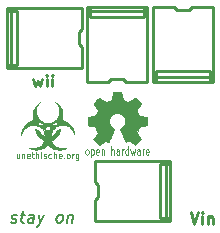
<source format=gto>
G04 #@! TF.FileFunction,Legend,Top*
%FSLAX46Y46*%
G04 Gerber Fmt 4.6, Leading zero omitted, Abs format (unit mm)*
G04 Created by KiCad (PCBNEW 0.201510241816+6277~30~ubuntu14.04.1-product) date 2015-10-26T15:41:35 CET*
%MOMM*%
G01*
G04 APERTURE LIST*
%ADD10C,0.100000*%
%ADD11C,0.254000*%
%ADD12C,0.075000*%
%ADD13C,0.002540*%
%ADD14C,0.010000*%
%ADD15C,0.250000*%
%ADD16C,0.150000*%
%ADD17C,0.120000*%
G04 APERTURE END LIST*
D10*
D11*
X104203500Y-71691500D02*
X104203500Y-76263500D01*
X104711500Y-76263500D02*
X104711500Y-71691500D01*
X104203500Y-76263500D02*
X105092500Y-76263500D01*
X104203500Y-71691500D02*
X105092500Y-71691500D01*
X98742500Y-73215500D02*
X98742500Y-71437500D01*
X98742500Y-74739500D02*
X98742500Y-76517500D01*
X98996500Y-74485500D02*
X98742500Y-74739500D01*
X98996500Y-73469500D02*
X98742500Y-73215500D01*
X98996500Y-73469500D02*
X98996500Y-74485500D01*
X105092500Y-76517500D02*
X98742500Y-76517500D01*
X98742500Y-71437500D02*
X105092500Y-71437500D01*
X105092500Y-71437500D02*
X105092500Y-76517500D01*
X92125800Y-63296800D02*
X92125800Y-58724800D01*
X91617800Y-58724800D02*
X91617800Y-63296800D01*
X92125800Y-58724800D02*
X91236800Y-58724800D01*
X92125800Y-63296800D02*
X91236800Y-63296800D01*
X97586800Y-61772800D02*
X97586800Y-63550800D01*
X97586800Y-60248800D02*
X97586800Y-58470800D01*
X97332800Y-60502800D02*
X97586800Y-60248800D01*
X97332800Y-61518800D02*
X97586800Y-61772800D01*
X97332800Y-61518800D02*
X97332800Y-60502800D01*
X91236800Y-58470800D02*
X97586800Y-58470800D01*
X97586800Y-63550800D02*
X91236800Y-63550800D01*
X91236800Y-63550800D02*
X91236800Y-58470800D01*
X98298000Y-59283600D02*
X102870000Y-59283600D01*
X102870000Y-58775600D02*
X98298000Y-58775600D01*
X102870000Y-59283600D02*
X102870000Y-58394600D01*
X98298000Y-59283600D02*
X98298000Y-58394600D01*
X99822000Y-64744600D02*
X98044000Y-64744600D01*
X101346000Y-64744600D02*
X103124000Y-64744600D01*
X101092000Y-64490600D02*
X101346000Y-64744600D01*
X100076000Y-64490600D02*
X99822000Y-64744600D01*
X100076000Y-64490600D02*
X101092000Y-64490600D01*
X103124000Y-58394600D02*
X103124000Y-64744600D01*
X98044000Y-64744600D02*
X98044000Y-58394600D01*
X98044000Y-58394600D02*
X103124000Y-58394600D01*
X108407200Y-63855600D02*
X103835200Y-63855600D01*
X103835200Y-64363600D02*
X108407200Y-64363600D01*
X103835200Y-63855600D02*
X103835200Y-64744600D01*
X108407200Y-63855600D02*
X108407200Y-64744600D01*
X106883200Y-58394600D02*
X108661200Y-58394600D01*
X105359200Y-58394600D02*
X103581200Y-58394600D01*
X105613200Y-58648600D02*
X105359200Y-58394600D01*
X106629200Y-58648600D02*
X106883200Y-58394600D01*
X106629200Y-58648600D02*
X105613200Y-58648600D01*
X103581200Y-64744600D02*
X103581200Y-58394600D01*
X108661200Y-58394600D02*
X108661200Y-64744600D01*
X108661200Y-64744600D02*
X103581200Y-64744600D01*
D12*
X102744000Y-70438000D02*
X102744000Y-70898000D01*
X102834000Y-70438000D02*
X102884000Y-70438000D01*
X102784000Y-70468000D02*
X102834000Y-70438000D01*
X102764000Y-70488000D02*
X102784000Y-70468000D01*
X102744000Y-70558000D02*
X102764000Y-70488000D01*
X103184000Y-70898000D02*
X103234000Y-70868000D01*
X103084000Y-70898000D02*
X103184000Y-70898000D01*
X103044000Y-70868000D02*
X103084000Y-70898000D01*
X103024000Y-70798000D02*
X103044000Y-70868000D01*
X103024000Y-70528000D02*
X103024000Y-70798000D01*
X103054000Y-70468000D02*
X103024000Y-70528000D01*
X103094000Y-70438000D02*
X103054000Y-70468000D01*
X103194000Y-70438000D02*
X103094000Y-70438000D01*
X103234000Y-70478000D02*
X103194000Y-70438000D01*
X103254000Y-70548000D02*
X103234000Y-70478000D01*
X103254000Y-70668000D02*
X103254000Y-70548000D01*
X103254000Y-70668000D02*
X103024000Y-70668000D01*
X102504000Y-70528000D02*
X102504000Y-70898000D01*
X102474000Y-70468000D02*
X102504000Y-70528000D01*
X102434000Y-70438000D02*
X102474000Y-70468000D01*
X102334000Y-70438000D02*
X102434000Y-70438000D01*
X102284000Y-70468000D02*
X102334000Y-70438000D01*
X102344000Y-70628000D02*
X102294000Y-70658000D01*
X102464000Y-70628000D02*
X102344000Y-70628000D01*
X102504000Y-70598000D02*
X102464000Y-70628000D01*
X102454000Y-70898000D02*
X102504000Y-70858000D01*
X102334000Y-70898000D02*
X102454000Y-70898000D01*
X102284000Y-70858000D02*
X102334000Y-70898000D01*
X102264000Y-70798000D02*
X102284000Y-70858000D01*
X102264000Y-70728000D02*
X102264000Y-70798000D01*
X102294000Y-70658000D02*
X102264000Y-70728000D01*
X101714000Y-70438000D02*
X101814000Y-70898000D01*
X101814000Y-70898000D02*
X101904000Y-70558000D01*
X101904000Y-70558000D02*
X102004000Y-70898000D01*
X102004000Y-70898000D02*
X102104000Y-70438000D01*
X101524000Y-70868000D02*
X101484000Y-70898000D01*
X101484000Y-70898000D02*
X101374000Y-70898000D01*
X101374000Y-70898000D02*
X101334000Y-70868000D01*
X101334000Y-70868000D02*
X101314000Y-70838000D01*
X101314000Y-70838000D02*
X101284000Y-70768000D01*
X101284000Y-70768000D02*
X101284000Y-70568000D01*
X101284000Y-70568000D02*
X101314000Y-70498000D01*
X101314000Y-70498000D02*
X101334000Y-70468000D01*
X101334000Y-70468000D02*
X101394000Y-70428000D01*
X101394000Y-70428000D02*
X101464000Y-70428000D01*
X101464000Y-70428000D02*
X101524000Y-70468000D01*
X101524000Y-70198000D02*
X101524000Y-70898000D01*
X101004000Y-70558000D02*
X101024000Y-70488000D01*
X101024000Y-70488000D02*
X101044000Y-70468000D01*
X101044000Y-70468000D02*
X101094000Y-70438000D01*
X101094000Y-70438000D02*
X101144000Y-70438000D01*
X101004000Y-70438000D02*
X101004000Y-70898000D01*
X100554000Y-70658000D02*
X100524000Y-70728000D01*
X100524000Y-70728000D02*
X100524000Y-70798000D01*
X100524000Y-70798000D02*
X100544000Y-70858000D01*
X100544000Y-70858000D02*
X100594000Y-70898000D01*
X100594000Y-70898000D02*
X100714000Y-70898000D01*
X100714000Y-70898000D02*
X100764000Y-70858000D01*
X100764000Y-70598000D02*
X100724000Y-70628000D01*
X100724000Y-70628000D02*
X100604000Y-70628000D01*
X100604000Y-70628000D02*
X100554000Y-70658000D01*
X100544000Y-70468000D02*
X100594000Y-70438000D01*
X100594000Y-70438000D02*
X100694000Y-70438000D01*
X100694000Y-70438000D02*
X100734000Y-70468000D01*
X100734000Y-70468000D02*
X100764000Y-70528000D01*
X100764000Y-70528000D02*
X100764000Y-70898000D01*
X100094000Y-70508000D02*
X100114000Y-70468000D01*
X100114000Y-70468000D02*
X100164000Y-70438000D01*
X100164000Y-70438000D02*
X100244000Y-70438000D01*
X100244000Y-70438000D02*
X100284000Y-70468000D01*
X100284000Y-70468000D02*
X100304000Y-70528000D01*
X100304000Y-70528000D02*
X100304000Y-70898000D01*
X100094000Y-70198000D02*
X100094000Y-70898000D01*
X99044000Y-70668000D02*
X98814000Y-70668000D01*
X99264000Y-70498000D02*
X99284000Y-70468000D01*
X99284000Y-70468000D02*
X99324000Y-70438000D01*
X99324000Y-70438000D02*
X99414000Y-70438000D01*
X99414000Y-70438000D02*
X99454000Y-70468000D01*
X99454000Y-70468000D02*
X99474000Y-70528000D01*
X99474000Y-70528000D02*
X99474000Y-70898000D01*
X99264000Y-70438000D02*
X99264000Y-70898000D01*
X99044000Y-70668000D02*
X99044000Y-70548000D01*
X99044000Y-70548000D02*
X99024000Y-70478000D01*
X99024000Y-70478000D02*
X98984000Y-70438000D01*
X98984000Y-70438000D02*
X98884000Y-70438000D01*
X98884000Y-70438000D02*
X98844000Y-70468000D01*
X98844000Y-70468000D02*
X98814000Y-70528000D01*
X98814000Y-70528000D02*
X98814000Y-70798000D01*
X98814000Y-70798000D02*
X98834000Y-70868000D01*
X98834000Y-70868000D02*
X98874000Y-70898000D01*
X98874000Y-70898000D02*
X98974000Y-70898000D01*
X98974000Y-70898000D02*
X99024000Y-70868000D01*
X98384000Y-70468000D02*
X98424000Y-70438000D01*
X98424000Y-70438000D02*
X98524000Y-70438000D01*
X98524000Y-70438000D02*
X98564000Y-70468000D01*
X98564000Y-70468000D02*
X98594000Y-70498000D01*
X98594000Y-70498000D02*
X98614000Y-70558000D01*
X98614000Y-70558000D02*
X98614000Y-70778000D01*
X98614000Y-70778000D02*
X98594000Y-70838000D01*
X98594000Y-70838000D02*
X98574000Y-70868000D01*
X98574000Y-70868000D02*
X98534000Y-70898000D01*
X98534000Y-70898000D02*
X98434000Y-70898000D01*
X98434000Y-70898000D02*
X98384000Y-70868000D01*
X98384000Y-71138000D02*
X98384000Y-70438000D01*
X98074000Y-70438000D02*
X97994000Y-70438000D01*
X97994000Y-70438000D02*
X97954000Y-70468000D01*
X97954000Y-70468000D02*
X97934000Y-70498000D01*
X97934000Y-70498000D02*
X97904000Y-70568000D01*
X97994000Y-70898000D02*
X98074000Y-70898000D01*
X98074000Y-70898000D02*
X98124000Y-70868000D01*
X98124000Y-70868000D02*
X98144000Y-70838000D01*
X98144000Y-70838000D02*
X98164000Y-70768000D01*
X98164000Y-70768000D02*
X98164000Y-70568000D01*
X98164000Y-70568000D02*
X98144000Y-70508000D01*
X98144000Y-70508000D02*
X98124000Y-70478000D01*
X98124000Y-70478000D02*
X98074000Y-70438000D01*
X97904000Y-70568000D02*
X97904000Y-70768000D01*
X97904000Y-70768000D02*
X97924000Y-70828000D01*
X97924000Y-70828000D02*
X97944000Y-70858000D01*
X97944000Y-70858000D02*
X97994000Y-70898000D01*
D13*
G36*
X99070160Y-70063360D02*
X99095560Y-70048120D01*
X99153980Y-70012560D01*
X99237800Y-69956680D01*
X99336860Y-69890640D01*
X99435920Y-69824600D01*
X99517200Y-69771260D01*
X99573080Y-69733160D01*
X99598480Y-69720460D01*
X99611180Y-69725540D01*
X99656900Y-69748400D01*
X99725480Y-69783960D01*
X99766120Y-69804280D01*
X99827080Y-69829680D01*
X99860100Y-69837300D01*
X99865180Y-69827140D01*
X99888040Y-69778880D01*
X99923600Y-69697600D01*
X99969320Y-69588380D01*
X100025200Y-69461380D01*
X100081080Y-69326760D01*
X100139500Y-69187060D01*
X100195380Y-69052440D01*
X100243640Y-68933060D01*
X100284280Y-68836540D01*
X100309680Y-68767960D01*
X100319840Y-68740020D01*
X100317300Y-68732400D01*
X100284280Y-68701920D01*
X100230940Y-68661280D01*
X100111560Y-68564760D01*
X99994720Y-68419980D01*
X99923600Y-68254880D01*
X99900740Y-68069460D01*
X99921060Y-67899280D01*
X99987100Y-67736720D01*
X100101400Y-67589400D01*
X100241100Y-67480180D01*
X100403660Y-67411600D01*
X100584000Y-67388740D01*
X100756720Y-67409060D01*
X100924360Y-67475100D01*
X101071680Y-67586860D01*
X101135180Y-67657980D01*
X101221540Y-67807840D01*
X101269800Y-67965320D01*
X101274880Y-68005960D01*
X101267260Y-68181220D01*
X101216460Y-68351400D01*
X101122480Y-68501260D01*
X100992940Y-68625720D01*
X100977700Y-68635880D01*
X100919280Y-68681600D01*
X100878640Y-68712080D01*
X100848160Y-68737480D01*
X101071680Y-69275960D01*
X101107240Y-69359780D01*
X101168200Y-69507100D01*
X101221540Y-69634100D01*
X101264720Y-69735700D01*
X101295200Y-69801740D01*
X101307900Y-69829680D01*
X101307900Y-69832220D01*
X101328220Y-69834760D01*
X101368860Y-69819520D01*
X101445060Y-69783960D01*
X101493320Y-69758560D01*
X101551740Y-69730620D01*
X101577140Y-69720460D01*
X101600000Y-69733160D01*
X101653340Y-69768720D01*
X101734620Y-69822060D01*
X101831140Y-69885560D01*
X101922580Y-69949060D01*
X102006400Y-70004940D01*
X102067360Y-70043040D01*
X102097840Y-70060820D01*
X102102920Y-70060820D01*
X102128320Y-70045580D01*
X102176580Y-70004940D01*
X102250240Y-69936360D01*
X102354380Y-69832220D01*
X102369620Y-69816980D01*
X102455980Y-69730620D01*
X102524560Y-69656960D01*
X102570280Y-69606160D01*
X102588060Y-69583300D01*
X102588060Y-69583300D01*
X102572820Y-69552820D01*
X102534720Y-69491860D01*
X102478840Y-69405500D01*
X102410260Y-69306440D01*
X102232460Y-69047360D01*
X102328980Y-68803520D01*
X102359460Y-68727320D01*
X102397560Y-68638420D01*
X102425500Y-68572380D01*
X102440740Y-68544440D01*
X102466140Y-68534280D01*
X102534720Y-68519040D01*
X102631240Y-68498720D01*
X102745540Y-68478400D01*
X102857300Y-68458080D01*
X102956360Y-68437760D01*
X103027480Y-68425060D01*
X103060500Y-68417440D01*
X103068120Y-68412360D01*
X103075740Y-68397120D01*
X103078280Y-68364100D01*
X103080820Y-68303140D01*
X103083360Y-68209160D01*
X103083360Y-68069460D01*
X103083360Y-68054220D01*
X103080820Y-67924680D01*
X103078280Y-67818000D01*
X103075740Y-67751960D01*
X103070660Y-67724020D01*
X103070660Y-67724020D01*
X103040180Y-67716400D01*
X102969060Y-67701160D01*
X102870000Y-67683380D01*
X102750620Y-67660520D01*
X102743000Y-67657980D01*
X102626160Y-67635120D01*
X102527100Y-67614800D01*
X102455980Y-67599560D01*
X102428040Y-67589400D01*
X102420420Y-67581780D01*
X102397560Y-67536060D01*
X102364540Y-67462400D01*
X102323900Y-67373500D01*
X102285800Y-67279520D01*
X102252780Y-67195700D01*
X102229920Y-67134740D01*
X102222300Y-67106800D01*
X102224840Y-67104260D01*
X102242620Y-67076320D01*
X102283260Y-67015360D01*
X102339140Y-66931540D01*
X102407720Y-66829940D01*
X102412800Y-66822320D01*
X102481380Y-66723260D01*
X102537260Y-66636900D01*
X102572820Y-66578480D01*
X102588060Y-66550540D01*
X102588060Y-66548000D01*
X102565200Y-66517520D01*
X102514400Y-66461640D01*
X102440740Y-66385440D01*
X102354380Y-66296540D01*
X102326440Y-66271140D01*
X102227380Y-66174620D01*
X102161340Y-66113660D01*
X102118160Y-66080640D01*
X102097840Y-66073020D01*
X102097840Y-66073020D01*
X102067360Y-66090800D01*
X102003860Y-66131440D01*
X101920040Y-66189860D01*
X101818440Y-66258440D01*
X101810820Y-66263520D01*
X101711760Y-66332100D01*
X101627940Y-66387980D01*
X101569520Y-66428620D01*
X101541580Y-66443860D01*
X101539040Y-66443860D01*
X101498400Y-66431160D01*
X101427280Y-66405760D01*
X101338380Y-66372740D01*
X101246940Y-66334640D01*
X101163120Y-66299080D01*
X101099620Y-66271140D01*
X101069140Y-66253360D01*
X101069140Y-66253360D01*
X101058980Y-66217800D01*
X101041200Y-66141600D01*
X101020880Y-66040000D01*
X100995480Y-65918080D01*
X100992940Y-65897760D01*
X100970080Y-65778380D01*
X100952300Y-65679320D01*
X100937060Y-65610740D01*
X100929440Y-65582800D01*
X100914200Y-65580260D01*
X100855780Y-65575180D01*
X100766880Y-65572640D01*
X100657660Y-65572640D01*
X100545900Y-65572640D01*
X100436680Y-65575180D01*
X100342700Y-65577720D01*
X100274120Y-65582800D01*
X100246180Y-65587880D01*
X100246180Y-65590420D01*
X100236020Y-65628520D01*
X100218240Y-65702180D01*
X100197920Y-65806320D01*
X100175060Y-65928240D01*
X100169980Y-65951100D01*
X100147120Y-66067940D01*
X100126800Y-66167000D01*
X100114100Y-66233040D01*
X100106480Y-66260980D01*
X100093780Y-66266060D01*
X100045520Y-66286380D01*
X99966780Y-66319400D01*
X99867720Y-66360040D01*
X99639120Y-66451480D01*
X99357180Y-66260980D01*
X99331780Y-66243200D01*
X99230180Y-66174620D01*
X99148900Y-66118740D01*
X99090480Y-66080640D01*
X99067620Y-66067940D01*
X99065080Y-66067940D01*
X99037140Y-66093340D01*
X98981260Y-66146680D01*
X98905060Y-66220340D01*
X98816160Y-66306700D01*
X98752660Y-66372740D01*
X98673920Y-66451480D01*
X98625660Y-66504820D01*
X98597720Y-66537840D01*
X98590100Y-66558160D01*
X98592640Y-66573400D01*
X98610420Y-66601340D01*
X98651060Y-66662300D01*
X98709480Y-66748660D01*
X98778060Y-66847720D01*
X98833940Y-66931540D01*
X98894900Y-67025520D01*
X98933000Y-67091560D01*
X98948240Y-67124580D01*
X98943160Y-67137280D01*
X98925380Y-67193160D01*
X98889820Y-67276980D01*
X98849180Y-67376040D01*
X98750120Y-67597020D01*
X98605340Y-67624960D01*
X98516440Y-67642740D01*
X98394520Y-67665600D01*
X98275140Y-67688460D01*
X98092260Y-67724020D01*
X98084640Y-68399660D01*
X98112580Y-68412360D01*
X98140520Y-68419980D01*
X98209100Y-68435220D01*
X98305620Y-68455540D01*
X98422460Y-68475860D01*
X98518980Y-68493640D01*
X98618040Y-68513960D01*
X98689160Y-68526660D01*
X98719640Y-68534280D01*
X98729800Y-68544440D01*
X98752660Y-68592700D01*
X98788220Y-68668900D01*
X98828860Y-68760340D01*
X98866960Y-68854320D01*
X98902520Y-68943220D01*
X98925380Y-69009260D01*
X98935540Y-69042280D01*
X98922840Y-69070220D01*
X98884740Y-69128640D01*
X98831400Y-69209920D01*
X98762820Y-69308980D01*
X98696780Y-69405500D01*
X98638360Y-69489320D01*
X98600260Y-69550280D01*
X98582480Y-69578220D01*
X98592640Y-69596000D01*
X98630740Y-69644260D01*
X98704400Y-69720460D01*
X98816160Y-69829680D01*
X98833940Y-69847460D01*
X98920300Y-69931280D01*
X98993960Y-69999860D01*
X99047300Y-70045580D01*
X99070160Y-70063360D01*
X99070160Y-70063360D01*
G37*
X99070160Y-70063360D02*
X99095560Y-70048120D01*
X99153980Y-70012560D01*
X99237800Y-69956680D01*
X99336860Y-69890640D01*
X99435920Y-69824600D01*
X99517200Y-69771260D01*
X99573080Y-69733160D01*
X99598480Y-69720460D01*
X99611180Y-69725540D01*
X99656900Y-69748400D01*
X99725480Y-69783960D01*
X99766120Y-69804280D01*
X99827080Y-69829680D01*
X99860100Y-69837300D01*
X99865180Y-69827140D01*
X99888040Y-69778880D01*
X99923600Y-69697600D01*
X99969320Y-69588380D01*
X100025200Y-69461380D01*
X100081080Y-69326760D01*
X100139500Y-69187060D01*
X100195380Y-69052440D01*
X100243640Y-68933060D01*
X100284280Y-68836540D01*
X100309680Y-68767960D01*
X100319840Y-68740020D01*
X100317300Y-68732400D01*
X100284280Y-68701920D01*
X100230940Y-68661280D01*
X100111560Y-68564760D01*
X99994720Y-68419980D01*
X99923600Y-68254880D01*
X99900740Y-68069460D01*
X99921060Y-67899280D01*
X99987100Y-67736720D01*
X100101400Y-67589400D01*
X100241100Y-67480180D01*
X100403660Y-67411600D01*
X100584000Y-67388740D01*
X100756720Y-67409060D01*
X100924360Y-67475100D01*
X101071680Y-67586860D01*
X101135180Y-67657980D01*
X101221540Y-67807840D01*
X101269800Y-67965320D01*
X101274880Y-68005960D01*
X101267260Y-68181220D01*
X101216460Y-68351400D01*
X101122480Y-68501260D01*
X100992940Y-68625720D01*
X100977700Y-68635880D01*
X100919280Y-68681600D01*
X100878640Y-68712080D01*
X100848160Y-68737480D01*
X101071680Y-69275960D01*
X101107240Y-69359780D01*
X101168200Y-69507100D01*
X101221540Y-69634100D01*
X101264720Y-69735700D01*
X101295200Y-69801740D01*
X101307900Y-69829680D01*
X101307900Y-69832220D01*
X101328220Y-69834760D01*
X101368860Y-69819520D01*
X101445060Y-69783960D01*
X101493320Y-69758560D01*
X101551740Y-69730620D01*
X101577140Y-69720460D01*
X101600000Y-69733160D01*
X101653340Y-69768720D01*
X101734620Y-69822060D01*
X101831140Y-69885560D01*
X101922580Y-69949060D01*
X102006400Y-70004940D01*
X102067360Y-70043040D01*
X102097840Y-70060820D01*
X102102920Y-70060820D01*
X102128320Y-70045580D01*
X102176580Y-70004940D01*
X102250240Y-69936360D01*
X102354380Y-69832220D01*
X102369620Y-69816980D01*
X102455980Y-69730620D01*
X102524560Y-69656960D01*
X102570280Y-69606160D01*
X102588060Y-69583300D01*
X102588060Y-69583300D01*
X102572820Y-69552820D01*
X102534720Y-69491860D01*
X102478840Y-69405500D01*
X102410260Y-69306440D01*
X102232460Y-69047360D01*
X102328980Y-68803520D01*
X102359460Y-68727320D01*
X102397560Y-68638420D01*
X102425500Y-68572380D01*
X102440740Y-68544440D01*
X102466140Y-68534280D01*
X102534720Y-68519040D01*
X102631240Y-68498720D01*
X102745540Y-68478400D01*
X102857300Y-68458080D01*
X102956360Y-68437760D01*
X103027480Y-68425060D01*
X103060500Y-68417440D01*
X103068120Y-68412360D01*
X103075740Y-68397120D01*
X103078280Y-68364100D01*
X103080820Y-68303140D01*
X103083360Y-68209160D01*
X103083360Y-68069460D01*
X103083360Y-68054220D01*
X103080820Y-67924680D01*
X103078280Y-67818000D01*
X103075740Y-67751960D01*
X103070660Y-67724020D01*
X103070660Y-67724020D01*
X103040180Y-67716400D01*
X102969060Y-67701160D01*
X102870000Y-67683380D01*
X102750620Y-67660520D01*
X102743000Y-67657980D01*
X102626160Y-67635120D01*
X102527100Y-67614800D01*
X102455980Y-67599560D01*
X102428040Y-67589400D01*
X102420420Y-67581780D01*
X102397560Y-67536060D01*
X102364540Y-67462400D01*
X102323900Y-67373500D01*
X102285800Y-67279520D01*
X102252780Y-67195700D01*
X102229920Y-67134740D01*
X102222300Y-67106800D01*
X102224840Y-67104260D01*
X102242620Y-67076320D01*
X102283260Y-67015360D01*
X102339140Y-66931540D01*
X102407720Y-66829940D01*
X102412800Y-66822320D01*
X102481380Y-66723260D01*
X102537260Y-66636900D01*
X102572820Y-66578480D01*
X102588060Y-66550540D01*
X102588060Y-66548000D01*
X102565200Y-66517520D01*
X102514400Y-66461640D01*
X102440740Y-66385440D01*
X102354380Y-66296540D01*
X102326440Y-66271140D01*
X102227380Y-66174620D01*
X102161340Y-66113660D01*
X102118160Y-66080640D01*
X102097840Y-66073020D01*
X102097840Y-66073020D01*
X102067360Y-66090800D01*
X102003860Y-66131440D01*
X101920040Y-66189860D01*
X101818440Y-66258440D01*
X101810820Y-66263520D01*
X101711760Y-66332100D01*
X101627940Y-66387980D01*
X101569520Y-66428620D01*
X101541580Y-66443860D01*
X101539040Y-66443860D01*
X101498400Y-66431160D01*
X101427280Y-66405760D01*
X101338380Y-66372740D01*
X101246940Y-66334640D01*
X101163120Y-66299080D01*
X101099620Y-66271140D01*
X101069140Y-66253360D01*
X101069140Y-66253360D01*
X101058980Y-66217800D01*
X101041200Y-66141600D01*
X101020880Y-66040000D01*
X100995480Y-65918080D01*
X100992940Y-65897760D01*
X100970080Y-65778380D01*
X100952300Y-65679320D01*
X100937060Y-65610740D01*
X100929440Y-65582800D01*
X100914200Y-65580260D01*
X100855780Y-65575180D01*
X100766880Y-65572640D01*
X100657660Y-65572640D01*
X100545900Y-65572640D01*
X100436680Y-65575180D01*
X100342700Y-65577720D01*
X100274120Y-65582800D01*
X100246180Y-65587880D01*
X100246180Y-65590420D01*
X100236020Y-65628520D01*
X100218240Y-65702180D01*
X100197920Y-65806320D01*
X100175060Y-65928240D01*
X100169980Y-65951100D01*
X100147120Y-66067940D01*
X100126800Y-66167000D01*
X100114100Y-66233040D01*
X100106480Y-66260980D01*
X100093780Y-66266060D01*
X100045520Y-66286380D01*
X99966780Y-66319400D01*
X99867720Y-66360040D01*
X99639120Y-66451480D01*
X99357180Y-66260980D01*
X99331780Y-66243200D01*
X99230180Y-66174620D01*
X99148900Y-66118740D01*
X99090480Y-66080640D01*
X99067620Y-66067940D01*
X99065080Y-66067940D01*
X99037140Y-66093340D01*
X98981260Y-66146680D01*
X98905060Y-66220340D01*
X98816160Y-66306700D01*
X98752660Y-66372740D01*
X98673920Y-66451480D01*
X98625660Y-66504820D01*
X98597720Y-66537840D01*
X98590100Y-66558160D01*
X98592640Y-66573400D01*
X98610420Y-66601340D01*
X98651060Y-66662300D01*
X98709480Y-66748660D01*
X98778060Y-66847720D01*
X98833940Y-66931540D01*
X98894900Y-67025520D01*
X98933000Y-67091560D01*
X98948240Y-67124580D01*
X98943160Y-67137280D01*
X98925380Y-67193160D01*
X98889820Y-67276980D01*
X98849180Y-67376040D01*
X98750120Y-67597020D01*
X98605340Y-67624960D01*
X98516440Y-67642740D01*
X98394520Y-67665600D01*
X98275140Y-67688460D01*
X98092260Y-67724020D01*
X98084640Y-68399660D01*
X98112580Y-68412360D01*
X98140520Y-68419980D01*
X98209100Y-68435220D01*
X98305620Y-68455540D01*
X98422460Y-68475860D01*
X98518980Y-68493640D01*
X98618040Y-68513960D01*
X98689160Y-68526660D01*
X98719640Y-68534280D01*
X98729800Y-68544440D01*
X98752660Y-68592700D01*
X98788220Y-68668900D01*
X98828860Y-68760340D01*
X98866960Y-68854320D01*
X98902520Y-68943220D01*
X98925380Y-69009260D01*
X98935540Y-69042280D01*
X98922840Y-69070220D01*
X98884740Y-69128640D01*
X98831400Y-69209920D01*
X98762820Y-69308980D01*
X98696780Y-69405500D01*
X98638360Y-69489320D01*
X98600260Y-69550280D01*
X98582480Y-69578220D01*
X98592640Y-69596000D01*
X98630740Y-69644260D01*
X98704400Y-69720460D01*
X98816160Y-69829680D01*
X98833940Y-69847460D01*
X98920300Y-69931280D01*
X98993960Y-69999860D01*
X99047300Y-70045580D01*
X99070160Y-70063360D01*
D14*
G36*
X95013738Y-69753625D02*
X95034550Y-69801510D01*
X95066361Y-69860139D01*
X95105095Y-69922764D01*
X95146675Y-69982640D01*
X95171395Y-70014564D01*
X95245719Y-70092499D01*
X95337032Y-70167067D01*
X95439239Y-70234364D01*
X95546244Y-70290487D01*
X95651951Y-70331530D01*
X95678336Y-70339214D01*
X95744412Y-70352182D01*
X95825517Y-70360806D01*
X95913963Y-70364886D01*
X96002064Y-70364220D01*
X96082133Y-70358610D01*
X96132282Y-70351038D01*
X96178614Y-70341482D01*
X96217903Y-70333074D01*
X96243283Y-70327293D01*
X96246889Y-70326366D01*
X96246829Y-70328330D01*
X96229364Y-70338320D01*
X96197935Y-70354434D01*
X96181583Y-70362480D01*
X96129604Y-70385059D01*
X96066412Y-70408559D01*
X96003324Y-70428861D01*
X95985310Y-70433928D01*
X95940840Y-70445254D01*
X95901405Y-70453314D01*
X95861438Y-70458649D01*
X95815370Y-70461799D01*
X95757634Y-70463304D01*
X95682661Y-70463705D01*
X95678336Y-70463705D01*
X95602711Y-70463364D01*
X95544541Y-70461966D01*
X95498196Y-70458954D01*
X95458046Y-70453769D01*
X95418460Y-70445851D01*
X95373807Y-70434641D01*
X95366880Y-70432791D01*
X95229584Y-70386547D01*
X95094200Y-70323190D01*
X94966113Y-70245905D01*
X94850710Y-70157879D01*
X94767949Y-70078439D01*
X94703199Y-70008501D01*
X94617767Y-70093932D01*
X94490232Y-70205952D01*
X94351355Y-70299223D01*
X94203227Y-70373071D01*
X94047938Y-70426821D01*
X93887578Y-70459796D01*
X93724237Y-70471322D01*
X93560005Y-70460724D01*
X93507790Y-70452583D01*
X93450792Y-70440874D01*
X93390478Y-70426091D01*
X93340381Y-70411580D01*
X93299154Y-70397138D01*
X93253092Y-70379485D01*
X93206911Y-70360639D01*
X93165327Y-70342617D01*
X93133057Y-70327440D01*
X93114817Y-70317126D01*
X93112593Y-70314086D01*
X93124494Y-70315623D01*
X93152250Y-70323137D01*
X93189908Y-70335013D01*
X93190786Y-70335306D01*
X93243702Y-70347696D01*
X93313390Y-70356475D01*
X93393806Y-70361593D01*
X93478908Y-70363002D01*
X93562651Y-70360654D01*
X93638995Y-70354500D01*
X93701895Y-70344492D01*
X93721381Y-70339562D01*
X93862104Y-70288455D01*
X93989001Y-70220564D01*
X94105558Y-70133752D01*
X94191227Y-70051860D01*
X94239900Y-69995778D01*
X94288066Y-69931752D01*
X94331813Y-69865719D01*
X94367226Y-69803613D01*
X94390391Y-69751371D01*
X94391458Y-69748222D01*
X94403546Y-69711594D01*
X94469441Y-69730469D01*
X94515994Y-69739500D01*
X94578669Y-69745700D01*
X94651426Y-69749076D01*
X94728223Y-69749635D01*
X94803021Y-69747385D01*
X94869779Y-69742333D01*
X94922455Y-69734486D01*
X94940422Y-69729900D01*
X94999144Y-69711513D01*
X95013738Y-69753625D01*
X95013738Y-69753625D01*
G37*
X95013738Y-69753625D02*
X95034550Y-69801510D01*
X95066361Y-69860139D01*
X95105095Y-69922764D01*
X95146675Y-69982640D01*
X95171395Y-70014564D01*
X95245719Y-70092499D01*
X95337032Y-70167067D01*
X95439239Y-70234364D01*
X95546244Y-70290487D01*
X95651951Y-70331530D01*
X95678336Y-70339214D01*
X95744412Y-70352182D01*
X95825517Y-70360806D01*
X95913963Y-70364886D01*
X96002064Y-70364220D01*
X96082133Y-70358610D01*
X96132282Y-70351038D01*
X96178614Y-70341482D01*
X96217903Y-70333074D01*
X96243283Y-70327293D01*
X96246889Y-70326366D01*
X96246829Y-70328330D01*
X96229364Y-70338320D01*
X96197935Y-70354434D01*
X96181583Y-70362480D01*
X96129604Y-70385059D01*
X96066412Y-70408559D01*
X96003324Y-70428861D01*
X95985310Y-70433928D01*
X95940840Y-70445254D01*
X95901405Y-70453314D01*
X95861438Y-70458649D01*
X95815370Y-70461799D01*
X95757634Y-70463304D01*
X95682661Y-70463705D01*
X95678336Y-70463705D01*
X95602711Y-70463364D01*
X95544541Y-70461966D01*
X95498196Y-70458954D01*
X95458046Y-70453769D01*
X95418460Y-70445851D01*
X95373807Y-70434641D01*
X95366880Y-70432791D01*
X95229584Y-70386547D01*
X95094200Y-70323190D01*
X94966113Y-70245905D01*
X94850710Y-70157879D01*
X94767949Y-70078439D01*
X94703199Y-70008501D01*
X94617767Y-70093932D01*
X94490232Y-70205952D01*
X94351355Y-70299223D01*
X94203227Y-70373071D01*
X94047938Y-70426821D01*
X93887578Y-70459796D01*
X93724237Y-70471322D01*
X93560005Y-70460724D01*
X93507790Y-70452583D01*
X93450792Y-70440874D01*
X93390478Y-70426091D01*
X93340381Y-70411580D01*
X93299154Y-70397138D01*
X93253092Y-70379485D01*
X93206911Y-70360639D01*
X93165327Y-70342617D01*
X93133057Y-70327440D01*
X93114817Y-70317126D01*
X93112593Y-70314086D01*
X93124494Y-70315623D01*
X93152250Y-70323137D01*
X93189908Y-70335013D01*
X93190786Y-70335306D01*
X93243702Y-70347696D01*
X93313390Y-70356475D01*
X93393806Y-70361593D01*
X93478908Y-70363002D01*
X93562651Y-70360654D01*
X93638995Y-70354500D01*
X93701895Y-70344492D01*
X93721381Y-70339562D01*
X93862104Y-70288455D01*
X93989001Y-70220564D01*
X94105558Y-70133752D01*
X94191227Y-70051860D01*
X94239900Y-69995778D01*
X94288066Y-69931752D01*
X94331813Y-69865719D01*
X94367226Y-69803613D01*
X94390391Y-69751371D01*
X94391458Y-69748222D01*
X94403546Y-69711594D01*
X94469441Y-69730469D01*
X94515994Y-69739500D01*
X94578669Y-69745700D01*
X94651426Y-69749076D01*
X94728223Y-69749635D01*
X94803021Y-69747385D01*
X94869779Y-69742333D01*
X94922455Y-69734486D01*
X94940422Y-69729900D01*
X94999144Y-69711513D01*
X95013738Y-69753625D01*
G36*
X96284472Y-70315282D02*
X96278700Y-70321055D01*
X96272927Y-70315282D01*
X96278700Y-70309509D01*
X96284472Y-70315282D01*
X96284472Y-70315282D01*
G37*
X96284472Y-70315282D02*
X96278700Y-70321055D01*
X96272927Y-70315282D01*
X96278700Y-70309509D01*
X96284472Y-70315282D01*
G36*
X93818247Y-68798391D02*
X93972194Y-68890605D01*
X94021734Y-68991034D01*
X94087098Y-69097922D01*
X94171168Y-69193324D01*
X94271608Y-69275262D01*
X94386081Y-69341762D01*
X94483381Y-69381565D01*
X94516335Y-69390986D01*
X94553291Y-69397304D01*
X94599493Y-69401012D01*
X94660183Y-69402603D01*
X94708518Y-69402740D01*
X94773889Y-69402288D01*
X94822023Y-69400777D01*
X94858771Y-69397342D01*
X94889985Y-69391115D01*
X94921518Y-69381230D01*
X94959222Y-69366820D01*
X94964038Y-69364905D01*
X95083067Y-69306135D01*
X95189252Y-69230556D01*
X95280228Y-69140342D01*
X95353629Y-69037667D01*
X95385102Y-68977858D01*
X95424336Y-68893460D01*
X95567706Y-68807735D01*
X95619573Y-68776876D01*
X95664696Y-68750320D01*
X95699219Y-68730313D01*
X95719291Y-68719101D01*
X95722346Y-68717606D01*
X95727878Y-68724860D01*
X95728521Y-68749925D01*
X95724861Y-68788179D01*
X95717483Y-68835001D01*
X95706972Y-68885767D01*
X95695347Y-68930901D01*
X95642657Y-69073753D01*
X95569592Y-69207432D01*
X95477904Y-69329372D01*
X95369342Y-69437007D01*
X95326200Y-69471965D01*
X95201850Y-69553221D01*
X95066817Y-69615675D01*
X94924360Y-69658529D01*
X94777739Y-69680983D01*
X94630216Y-69682239D01*
X94521961Y-69668974D01*
X94372982Y-69630673D01*
X94234178Y-69572536D01*
X94106992Y-69496105D01*
X93992865Y-69402918D01*
X93893242Y-69294518D01*
X93809564Y-69172444D01*
X93743274Y-69038237D01*
X93695814Y-68893437D01*
X93670994Y-68760276D01*
X93664300Y-68706178D01*
X93818247Y-68798391D01*
X93818247Y-68798391D01*
G37*
X93818247Y-68798391D02*
X93972194Y-68890605D01*
X94021734Y-68991034D01*
X94087098Y-69097922D01*
X94171168Y-69193324D01*
X94271608Y-69275262D01*
X94386081Y-69341762D01*
X94483381Y-69381565D01*
X94516335Y-69390986D01*
X94553291Y-69397304D01*
X94599493Y-69401012D01*
X94660183Y-69402603D01*
X94708518Y-69402740D01*
X94773889Y-69402288D01*
X94822023Y-69400777D01*
X94858771Y-69397342D01*
X94889985Y-69391115D01*
X94921518Y-69381230D01*
X94959222Y-69366820D01*
X94964038Y-69364905D01*
X95083067Y-69306135D01*
X95189252Y-69230556D01*
X95280228Y-69140342D01*
X95353629Y-69037667D01*
X95385102Y-68977858D01*
X95424336Y-68893460D01*
X95567706Y-68807735D01*
X95619573Y-68776876D01*
X95664696Y-68750320D01*
X95699219Y-68730313D01*
X95719291Y-68719101D01*
X95722346Y-68717606D01*
X95727878Y-68724860D01*
X95728521Y-68749925D01*
X95724861Y-68788179D01*
X95717483Y-68835001D01*
X95706972Y-68885767D01*
X95695347Y-68930901D01*
X95642657Y-69073753D01*
X95569592Y-69207432D01*
X95477904Y-69329372D01*
X95369342Y-69437007D01*
X95326200Y-69471965D01*
X95201850Y-69553221D01*
X95066817Y-69615675D01*
X94924360Y-69658529D01*
X94777739Y-69680983D01*
X94630216Y-69682239D01*
X94521961Y-69668974D01*
X94372982Y-69630673D01*
X94234178Y-69572536D01*
X94106992Y-69496105D01*
X93992865Y-69402918D01*
X93893242Y-69294518D01*
X93809564Y-69172444D01*
X93743274Y-69038237D01*
X93695814Y-68893437D01*
X93670994Y-68760276D01*
X93664300Y-68706178D01*
X93818247Y-68798391D01*
G36*
X94564088Y-68807755D02*
X94627663Y-68841161D01*
X94696283Y-68853594D01*
X94765331Y-68845055D01*
X94830192Y-68815542D01*
X94841402Y-68807755D01*
X94854322Y-68803948D01*
X94874804Y-68808897D01*
X94906736Y-68824073D01*
X94951083Y-68849222D01*
X94991724Y-68873272D01*
X95024083Y-68892648D01*
X95043541Y-68904573D01*
X95047028Y-68906907D01*
X95044450Y-68918149D01*
X95033743Y-68942956D01*
X95025732Y-68959250D01*
X95011111Y-68994225D01*
X94994605Y-69043414D01*
X94978015Y-69100128D01*
X94963139Y-69157678D01*
X94951777Y-69209374D01*
X94945730Y-69248527D01*
X94945200Y-69258599D01*
X94942555Y-69277727D01*
X94931032Y-69290928D01*
X94905248Y-69302749D01*
X94884586Y-69309804D01*
X94818979Y-69324911D01*
X94740943Y-69333293D01*
X94660254Y-69334555D01*
X94586687Y-69328306D01*
X94558427Y-69322919D01*
X94519369Y-69314094D01*
X94488473Y-69307856D01*
X94474722Y-69305796D01*
X94464440Y-69294815D01*
X94460296Y-69267366D01*
X94460290Y-69266126D01*
X94456618Y-69229771D01*
X94446812Y-69178658D01*
X94432688Y-69119707D01*
X94416063Y-69059838D01*
X94398752Y-69005973D01*
X94382572Y-68965032D01*
X94379757Y-68959250D01*
X94365868Y-68930015D01*
X94358644Y-68910750D01*
X94358462Y-68906907D01*
X94369384Y-68899956D01*
X94395610Y-68884109D01*
X94432520Y-68862143D01*
X94454407Y-68849222D01*
X94500776Y-68822999D01*
X94532011Y-68808396D01*
X94552000Y-68803943D01*
X94564088Y-68807755D01*
X94564088Y-68807755D01*
G37*
X94564088Y-68807755D02*
X94627663Y-68841161D01*
X94696283Y-68853594D01*
X94765331Y-68845055D01*
X94830192Y-68815542D01*
X94841402Y-68807755D01*
X94854322Y-68803948D01*
X94874804Y-68808897D01*
X94906736Y-68824073D01*
X94951083Y-68849222D01*
X94991724Y-68873272D01*
X95024083Y-68892648D01*
X95043541Y-68904573D01*
X95047028Y-68906907D01*
X95044450Y-68918149D01*
X95033743Y-68942956D01*
X95025732Y-68959250D01*
X95011111Y-68994225D01*
X94994605Y-69043414D01*
X94978015Y-69100128D01*
X94963139Y-69157678D01*
X94951777Y-69209374D01*
X94945730Y-69248527D01*
X94945200Y-69258599D01*
X94942555Y-69277727D01*
X94931032Y-69290928D01*
X94905248Y-69302749D01*
X94884586Y-69309804D01*
X94818979Y-69324911D01*
X94740943Y-69333293D01*
X94660254Y-69334555D01*
X94586687Y-69328306D01*
X94558427Y-69322919D01*
X94519369Y-69314094D01*
X94488473Y-69307856D01*
X94474722Y-69305796D01*
X94464440Y-69294815D01*
X94460296Y-69267366D01*
X94460290Y-69266126D01*
X94456618Y-69229771D01*
X94446812Y-69178658D01*
X94432688Y-69119707D01*
X94416063Y-69059838D01*
X94398752Y-69005973D01*
X94382572Y-68965032D01*
X94379757Y-68959250D01*
X94365868Y-68930015D01*
X94358644Y-68910750D01*
X94358462Y-68906907D01*
X94369384Y-68899956D01*
X94395610Y-68884109D01*
X94432520Y-68862143D01*
X94454407Y-68849222D01*
X94500776Y-68822999D01*
X94532011Y-68808396D01*
X94552000Y-68803943D01*
X94564088Y-68807755D01*
G36*
X93977483Y-66516337D02*
X93879101Y-66638928D01*
X93802616Y-66766665D01*
X93747053Y-66901521D01*
X93711436Y-67045468D01*
X93709127Y-67059243D01*
X93701252Y-67139555D01*
X93700289Y-67232131D01*
X93705750Y-67328154D01*
X93717149Y-67418808D01*
X93733000Y-67491801D01*
X93784161Y-67631105D01*
X93854821Y-67760037D01*
X93943037Y-67876793D01*
X94046863Y-67979567D01*
X94164356Y-68066553D01*
X94293571Y-68135948D01*
X94432565Y-68185944D01*
X94497326Y-68201539D01*
X94544024Y-68210358D01*
X94585333Y-68216833D01*
X94613244Y-68219732D01*
X94615667Y-68219782D01*
X94645018Y-68219782D01*
X94645018Y-68335599D01*
X94644511Y-68389316D01*
X94642516Y-68424286D01*
X94638323Y-68444837D01*
X94631221Y-68455301D01*
X94624813Y-68458705D01*
X94571094Y-68489692D01*
X94529189Y-68536975D01*
X94502680Y-68595277D01*
X94494927Y-68650124D01*
X94494927Y-68700386D01*
X94399677Y-68754689D01*
X94304427Y-68808993D01*
X94269790Y-68765958D01*
X94190640Y-68674602D01*
X94112596Y-68600344D01*
X94029627Y-68538324D01*
X93935704Y-68483681D01*
X93893736Y-68462810D01*
X93752659Y-68407491D01*
X93609130Y-68374168D01*
X93465177Y-68362184D01*
X93322824Y-68370882D01*
X93184101Y-68399607D01*
X93051034Y-68447700D01*
X92925650Y-68514505D01*
X92809975Y-68599367D01*
X92706037Y-68701627D01*
X92615863Y-68820630D01*
X92574364Y-68890229D01*
X92537112Y-68967950D01*
X92504179Y-69054134D01*
X92479821Y-69137234D01*
X92474643Y-69160735D01*
X92468887Y-69187494D01*
X92465900Y-69192842D01*
X92464482Y-69178113D01*
X92464260Y-69172282D01*
X92467449Y-69102118D01*
X92480199Y-69017737D01*
X92500955Y-68925161D01*
X92528162Y-68830412D01*
X92560264Y-68739512D01*
X92595707Y-68658483D01*
X92598262Y-68653357D01*
X92680047Y-68514732D01*
X92779152Y-68387508D01*
X92893114Y-68273599D01*
X93019469Y-68174924D01*
X93155753Y-68093397D01*
X93292991Y-68033765D01*
X93835789Y-68033765D01*
X93837395Y-68056245D01*
X93842564Y-68093862D01*
X93851388Y-68149816D01*
X93855812Y-68177127D01*
X93865363Y-68236783D01*
X93873438Y-68288816D01*
X93879356Y-68328719D01*
X93882437Y-68351985D01*
X93882721Y-68355441D01*
X93888076Y-68360278D01*
X93905364Y-68363986D01*
X93936760Y-68366682D01*
X93984434Y-68368483D01*
X94050560Y-68369506D01*
X94137310Y-68369868D01*
X94150487Y-68369873D01*
X94225960Y-68369693D01*
X94292774Y-68369188D01*
X94347793Y-68368410D01*
X94387884Y-68367413D01*
X94409910Y-68366247D01*
X94413146Y-68365484D01*
X94402220Y-68358427D01*
X94374595Y-68341327D01*
X94333353Y-68316053D01*
X94281579Y-68284473D01*
X94222355Y-68248455D01*
X94158765Y-68209866D01*
X94093891Y-68170576D01*
X94030817Y-68132451D01*
X93972625Y-68097360D01*
X93922399Y-68067171D01*
X93883222Y-68043753D01*
X93858177Y-68028972D01*
X93851433Y-68025142D01*
X93842901Y-68021414D01*
X93837656Y-68023221D01*
X93835789Y-68033765D01*
X93292991Y-68033765D01*
X93299502Y-68030936D01*
X93448253Y-67989456D01*
X93453103Y-67988489D01*
X93490215Y-67980002D01*
X93516213Y-67971791D01*
X93525109Y-67966087D01*
X93521603Y-67951600D01*
X93512479Y-67922142D01*
X93501608Y-67889658D01*
X93466951Y-67757430D01*
X93449189Y-67614585D01*
X93448106Y-67466009D01*
X93463487Y-67316591D01*
X93495116Y-67171218D01*
X93538844Y-67044133D01*
X93602336Y-66914243D01*
X93681911Y-66789120D01*
X93773940Y-66673328D01*
X93874793Y-66571431D01*
X93980841Y-66487996D01*
X93981154Y-66487784D01*
X94038881Y-66448768D01*
X93977483Y-66516337D01*
X93977483Y-66516337D01*
G37*
X93977483Y-66516337D02*
X93879101Y-66638928D01*
X93802616Y-66766665D01*
X93747053Y-66901521D01*
X93711436Y-67045468D01*
X93709127Y-67059243D01*
X93701252Y-67139555D01*
X93700289Y-67232131D01*
X93705750Y-67328154D01*
X93717149Y-67418808D01*
X93733000Y-67491801D01*
X93784161Y-67631105D01*
X93854821Y-67760037D01*
X93943037Y-67876793D01*
X94046863Y-67979567D01*
X94164356Y-68066553D01*
X94293571Y-68135948D01*
X94432565Y-68185944D01*
X94497326Y-68201539D01*
X94544024Y-68210358D01*
X94585333Y-68216833D01*
X94613244Y-68219732D01*
X94615667Y-68219782D01*
X94645018Y-68219782D01*
X94645018Y-68335599D01*
X94644511Y-68389316D01*
X94642516Y-68424286D01*
X94638323Y-68444837D01*
X94631221Y-68455301D01*
X94624813Y-68458705D01*
X94571094Y-68489692D01*
X94529189Y-68536975D01*
X94502680Y-68595277D01*
X94494927Y-68650124D01*
X94494927Y-68700386D01*
X94399677Y-68754689D01*
X94304427Y-68808993D01*
X94269790Y-68765958D01*
X94190640Y-68674602D01*
X94112596Y-68600344D01*
X94029627Y-68538324D01*
X93935704Y-68483681D01*
X93893736Y-68462810D01*
X93752659Y-68407491D01*
X93609130Y-68374168D01*
X93465177Y-68362184D01*
X93322824Y-68370882D01*
X93184101Y-68399607D01*
X93051034Y-68447700D01*
X92925650Y-68514505D01*
X92809975Y-68599367D01*
X92706037Y-68701627D01*
X92615863Y-68820630D01*
X92574364Y-68890229D01*
X92537112Y-68967950D01*
X92504179Y-69054134D01*
X92479821Y-69137234D01*
X92474643Y-69160735D01*
X92468887Y-69187494D01*
X92465900Y-69192842D01*
X92464482Y-69178113D01*
X92464260Y-69172282D01*
X92467449Y-69102118D01*
X92480199Y-69017737D01*
X92500955Y-68925161D01*
X92528162Y-68830412D01*
X92560264Y-68739512D01*
X92595707Y-68658483D01*
X92598262Y-68653357D01*
X92680047Y-68514732D01*
X92779152Y-68387508D01*
X92893114Y-68273599D01*
X93019469Y-68174924D01*
X93155753Y-68093397D01*
X93292991Y-68033765D01*
X93835789Y-68033765D01*
X93837395Y-68056245D01*
X93842564Y-68093862D01*
X93851388Y-68149816D01*
X93855812Y-68177127D01*
X93865363Y-68236783D01*
X93873438Y-68288816D01*
X93879356Y-68328719D01*
X93882437Y-68351985D01*
X93882721Y-68355441D01*
X93888076Y-68360278D01*
X93905364Y-68363986D01*
X93936760Y-68366682D01*
X93984434Y-68368483D01*
X94050560Y-68369506D01*
X94137310Y-68369868D01*
X94150487Y-68369873D01*
X94225960Y-68369693D01*
X94292774Y-68369188D01*
X94347793Y-68368410D01*
X94387884Y-68367413D01*
X94409910Y-68366247D01*
X94413146Y-68365484D01*
X94402220Y-68358427D01*
X94374595Y-68341327D01*
X94333353Y-68316053D01*
X94281579Y-68284473D01*
X94222355Y-68248455D01*
X94158765Y-68209866D01*
X94093891Y-68170576D01*
X94030817Y-68132451D01*
X93972625Y-68097360D01*
X93922399Y-68067171D01*
X93883222Y-68043753D01*
X93858177Y-68028972D01*
X93851433Y-68025142D01*
X93842901Y-68021414D01*
X93837656Y-68023221D01*
X93835789Y-68033765D01*
X93292991Y-68033765D01*
X93299502Y-68030936D01*
X93448253Y-67989456D01*
X93453103Y-67988489D01*
X93490215Y-67980002D01*
X93516213Y-67971791D01*
X93525109Y-67966087D01*
X93521603Y-67951600D01*
X93512479Y-67922142D01*
X93501608Y-67889658D01*
X93466951Y-67757430D01*
X93449189Y-67614585D01*
X93448106Y-67466009D01*
X93463487Y-67316591D01*
X93495116Y-67171218D01*
X93538844Y-67044133D01*
X93602336Y-66914243D01*
X93681911Y-66789120D01*
X93773940Y-66673328D01*
X93874793Y-66571431D01*
X93980841Y-66487996D01*
X93981154Y-66487784D01*
X94038881Y-66448768D01*
X93977483Y-66516337D01*
G36*
X95418563Y-66488814D02*
X95492809Y-66546055D01*
X95570808Y-66617781D01*
X95646373Y-66697636D01*
X95713321Y-66779262D01*
X95746281Y-66825688D01*
X95828638Y-66970107D01*
X95890796Y-67123071D01*
X95932433Y-67282059D01*
X95953226Y-67444552D01*
X95952853Y-67608028D01*
X95930991Y-67769967D01*
X95887317Y-67927849D01*
X95887306Y-67927881D01*
X95870687Y-67974983D01*
X95920976Y-67982525D01*
X95982206Y-67995739D01*
X96055988Y-68017929D01*
X96134883Y-68046519D01*
X96211448Y-68078934D01*
X96242793Y-68093899D01*
X96384793Y-68177133D01*
X96513882Y-68278133D01*
X96628510Y-68394769D01*
X96727125Y-68524914D01*
X96808179Y-68666436D01*
X96870120Y-68817207D01*
X96911399Y-68975098D01*
X96919510Y-69023456D01*
X96925263Y-69069512D01*
X96928471Y-69108974D01*
X96929259Y-69138830D01*
X96927754Y-69156065D01*
X96924084Y-69157665D01*
X96918376Y-69140615D01*
X96915185Y-69126100D01*
X96896544Y-69058650D01*
X96867033Y-68981248D01*
X96830168Y-68902003D01*
X96789469Y-68829025D01*
X96779494Y-68813303D01*
X96689659Y-68695440D01*
X96586909Y-68595233D01*
X96473326Y-68512781D01*
X96350994Y-68448184D01*
X96221998Y-68401540D01*
X96088419Y-68372950D01*
X95952342Y-68362512D01*
X95815851Y-68370327D01*
X95681028Y-68396493D01*
X95549958Y-68441111D01*
X95424723Y-68504279D01*
X95307407Y-68586097D01*
X95200094Y-68686664D01*
X95157401Y-68735873D01*
X95130160Y-68768104D01*
X95108218Y-68791838D01*
X95095745Y-68802606D01*
X95094918Y-68802827D01*
X95081958Y-68797553D01*
X95053837Y-68783412D01*
X95015478Y-68762929D01*
X94993591Y-68750873D01*
X94949003Y-68725218D01*
X94921716Y-68706769D01*
X94908314Y-68692540D01*
X94905379Y-68679542D01*
X94906250Y-68674491D01*
X94906745Y-68629987D01*
X94891083Y-68580129D01*
X94862976Y-68531329D01*
X94826138Y-68489996D01*
X94784283Y-68462541D01*
X94783217Y-68462093D01*
X94748128Y-68447559D01*
X94750629Y-68363399D01*
X94970916Y-68363399D01*
X94980011Y-68365249D01*
X95009055Y-68366893D01*
X95054907Y-68368251D01*
X95114424Y-68369244D01*
X95184466Y-68369791D01*
X95225919Y-68369873D01*
X95487396Y-68369873D01*
X95493396Y-68343896D01*
X95498408Y-68318526D01*
X95505262Y-68278970D01*
X95513207Y-68230165D01*
X95521496Y-68177051D01*
X95529379Y-68124567D01*
X95536106Y-68077651D01*
X95540929Y-68041243D01*
X95543097Y-68020280D01*
X95542969Y-68017148D01*
X95532908Y-68022182D01*
X95506174Y-68037483D01*
X95465773Y-68061233D01*
X95414708Y-68091614D01*
X95355982Y-68126807D01*
X95292601Y-68164996D01*
X95227567Y-68204360D01*
X95163885Y-68243083D01*
X95104558Y-68279345D01*
X95052591Y-68311329D01*
X95010987Y-68337217D01*
X94982750Y-68355190D01*
X94970916Y-68363399D01*
X94750629Y-68363399D01*
X94751414Y-68337023D01*
X94754700Y-68226488D01*
X94841290Y-68212632D01*
X94995270Y-68177076D01*
X95137461Y-68121993D01*
X95266875Y-68048170D01*
X95382525Y-67956396D01*
X95483427Y-67847456D01*
X95568591Y-67722138D01*
X95637032Y-67581229D01*
X95639005Y-67576296D01*
X95680117Y-67442465D01*
X95701077Y-67301556D01*
X95702032Y-67157495D01*
X95683130Y-67014208D01*
X95644518Y-66875622D01*
X95609481Y-66791100D01*
X95568470Y-66711678D01*
X95524249Y-66642334D01*
X95471087Y-66574832D01*
X95419271Y-66517678D01*
X95343518Y-66437710D01*
X95418563Y-66488814D01*
X95418563Y-66488814D01*
G37*
X95418563Y-66488814D02*
X95492809Y-66546055D01*
X95570808Y-66617781D01*
X95646373Y-66697636D01*
X95713321Y-66779262D01*
X95746281Y-66825688D01*
X95828638Y-66970107D01*
X95890796Y-67123071D01*
X95932433Y-67282059D01*
X95953226Y-67444552D01*
X95952853Y-67608028D01*
X95930991Y-67769967D01*
X95887317Y-67927849D01*
X95887306Y-67927881D01*
X95870687Y-67974983D01*
X95920976Y-67982525D01*
X95982206Y-67995739D01*
X96055988Y-68017929D01*
X96134883Y-68046519D01*
X96211448Y-68078934D01*
X96242793Y-68093899D01*
X96384793Y-68177133D01*
X96513882Y-68278133D01*
X96628510Y-68394769D01*
X96727125Y-68524914D01*
X96808179Y-68666436D01*
X96870120Y-68817207D01*
X96911399Y-68975098D01*
X96919510Y-69023456D01*
X96925263Y-69069512D01*
X96928471Y-69108974D01*
X96929259Y-69138830D01*
X96927754Y-69156065D01*
X96924084Y-69157665D01*
X96918376Y-69140615D01*
X96915185Y-69126100D01*
X96896544Y-69058650D01*
X96867033Y-68981248D01*
X96830168Y-68902003D01*
X96789469Y-68829025D01*
X96779494Y-68813303D01*
X96689659Y-68695440D01*
X96586909Y-68595233D01*
X96473326Y-68512781D01*
X96350994Y-68448184D01*
X96221998Y-68401540D01*
X96088419Y-68372950D01*
X95952342Y-68362512D01*
X95815851Y-68370327D01*
X95681028Y-68396493D01*
X95549958Y-68441111D01*
X95424723Y-68504279D01*
X95307407Y-68586097D01*
X95200094Y-68686664D01*
X95157401Y-68735873D01*
X95130160Y-68768104D01*
X95108218Y-68791838D01*
X95095745Y-68802606D01*
X95094918Y-68802827D01*
X95081958Y-68797553D01*
X95053837Y-68783412D01*
X95015478Y-68762929D01*
X94993591Y-68750873D01*
X94949003Y-68725218D01*
X94921716Y-68706769D01*
X94908314Y-68692540D01*
X94905379Y-68679542D01*
X94906250Y-68674491D01*
X94906745Y-68629987D01*
X94891083Y-68580129D01*
X94862976Y-68531329D01*
X94826138Y-68489996D01*
X94784283Y-68462541D01*
X94783217Y-68462093D01*
X94748128Y-68447559D01*
X94750629Y-68363399D01*
X94970916Y-68363399D01*
X94980011Y-68365249D01*
X95009055Y-68366893D01*
X95054907Y-68368251D01*
X95114424Y-68369244D01*
X95184466Y-68369791D01*
X95225919Y-68369873D01*
X95487396Y-68369873D01*
X95493396Y-68343896D01*
X95498408Y-68318526D01*
X95505262Y-68278970D01*
X95513207Y-68230165D01*
X95521496Y-68177051D01*
X95529379Y-68124567D01*
X95536106Y-68077651D01*
X95540929Y-68041243D01*
X95543097Y-68020280D01*
X95542969Y-68017148D01*
X95532908Y-68022182D01*
X95506174Y-68037483D01*
X95465773Y-68061233D01*
X95414708Y-68091614D01*
X95355982Y-68126807D01*
X95292601Y-68164996D01*
X95227567Y-68204360D01*
X95163885Y-68243083D01*
X95104558Y-68279345D01*
X95052591Y-68311329D01*
X95010987Y-68337217D01*
X94982750Y-68355190D01*
X94970916Y-68363399D01*
X94750629Y-68363399D01*
X94751414Y-68337023D01*
X94754700Y-68226488D01*
X94841290Y-68212632D01*
X94995270Y-68177076D01*
X95137461Y-68121993D01*
X95266875Y-68048170D01*
X95382525Y-67956396D01*
X95483427Y-67847456D01*
X95568591Y-67722138D01*
X95637032Y-67581229D01*
X95639005Y-67576296D01*
X95680117Y-67442465D01*
X95701077Y-67301556D01*
X95702032Y-67157495D01*
X95683130Y-67014208D01*
X95644518Y-66875622D01*
X95609481Y-66791100D01*
X95568470Y-66711678D01*
X95524249Y-66642334D01*
X95471087Y-66574832D01*
X95419271Y-66517678D01*
X95343518Y-66437710D01*
X95418563Y-66488814D01*
G36*
X94064123Y-66437694D02*
X94061972Y-66441782D01*
X94051094Y-66452808D01*
X94049064Y-66453327D01*
X94048276Y-66445870D01*
X94050427Y-66441782D01*
X94061305Y-66430756D01*
X94063335Y-66430237D01*
X94064123Y-66437694D01*
X94064123Y-66437694D01*
G37*
X94064123Y-66437694D02*
X94061972Y-66441782D01*
X94051094Y-66452808D01*
X94049064Y-66453327D01*
X94048276Y-66445870D01*
X94050427Y-66441782D01*
X94061305Y-66430756D01*
X94063335Y-66430237D01*
X94064123Y-66437694D01*
D15*
X106799191Y-75753981D02*
X107132524Y-76753981D01*
X107465858Y-75753981D01*
X107799191Y-76753981D02*
X107799191Y-76087314D01*
X107799191Y-75753981D02*
X107751572Y-75801600D01*
X107799191Y-75849219D01*
X107846810Y-75801600D01*
X107799191Y-75753981D01*
X107799191Y-75849219D01*
X108275381Y-76087314D02*
X108275381Y-76753981D01*
X108275381Y-76182552D02*
X108323000Y-76134933D01*
X108418238Y-76087314D01*
X108561096Y-76087314D01*
X108656334Y-76134933D01*
X108703953Y-76230171D01*
X108703953Y-76753981D01*
X93478458Y-64454114D02*
X93668934Y-65120781D01*
X93859411Y-64644590D01*
X94049887Y-65120781D01*
X94240363Y-64454114D01*
X94621315Y-65120781D02*
X94621315Y-64454114D01*
X94621315Y-64120781D02*
X94573696Y-64168400D01*
X94621315Y-64216019D01*
X94668934Y-64168400D01*
X94621315Y-64120781D01*
X94621315Y-64216019D01*
X95097505Y-65120781D02*
X95097505Y-64454114D01*
X95097505Y-64120781D02*
X95049886Y-64168400D01*
X95097505Y-64216019D01*
X95145124Y-64168400D01*
X95097505Y-64120781D01*
X95097505Y-64216019D01*
D16*
X91615157Y-76604762D02*
X91704442Y-76652381D01*
X91894918Y-76652381D01*
X91996110Y-76604762D01*
X92055634Y-76509524D01*
X92061586Y-76461905D01*
X92025872Y-76366667D01*
X91936585Y-76319048D01*
X91793728Y-76319048D01*
X91704442Y-76271429D01*
X91668728Y-76176190D01*
X91674681Y-76128571D01*
X91734204Y-76033333D01*
X91835395Y-75985714D01*
X91978252Y-75985714D01*
X92067538Y-76033333D01*
X92406824Y-75985714D02*
X92787776Y-75985714D01*
X92591347Y-75652381D02*
X92484205Y-76509524D01*
X92519919Y-76604762D01*
X92609204Y-76652381D01*
X92704442Y-76652381D01*
X93466348Y-76652381D02*
X93531825Y-76128571D01*
X93496110Y-76033333D01*
X93406825Y-75985714D01*
X93216348Y-75985714D01*
X93115157Y-76033333D01*
X93472301Y-76604762D02*
X93371110Y-76652381D01*
X93133014Y-76652381D01*
X93043729Y-76604762D01*
X93008015Y-76509524D01*
X93019919Y-76414286D01*
X93079443Y-76319048D01*
X93180633Y-76271429D01*
X93418729Y-76271429D01*
X93519920Y-76223810D01*
X93930634Y-75985714D02*
X94085395Y-76652381D01*
X94406825Y-75985714D02*
X94085395Y-76652381D01*
X93960395Y-76890476D01*
X93906824Y-76938095D01*
X93805634Y-76985714D01*
X95609205Y-76652381D02*
X95519920Y-76604762D01*
X95478253Y-76557143D01*
X95442539Y-76461905D01*
X95478253Y-76176190D01*
X95537777Y-76080952D01*
X95591348Y-76033333D01*
X95692539Y-75985714D01*
X95835397Y-75985714D01*
X95924682Y-76033333D01*
X95966349Y-76080952D01*
X96002063Y-76176190D01*
X95966349Y-76461905D01*
X95906825Y-76557143D01*
X95853254Y-76604762D01*
X95752063Y-76652381D01*
X95609205Y-76652381D01*
X96454444Y-75985714D02*
X96371110Y-76652381D01*
X96442539Y-76080952D02*
X96496110Y-76033333D01*
X96597301Y-75985714D01*
X96740159Y-75985714D01*
X96829444Y-76033333D01*
X96865159Y-76128571D01*
X96799682Y-76652381D01*
D17*
X92286439Y-70860457D02*
X92286439Y-71193790D01*
X92072154Y-70860457D02*
X92072154Y-71122362D01*
X92095963Y-71169981D01*
X92143582Y-71193790D01*
X92215011Y-71193790D01*
X92262630Y-71169981D01*
X92286439Y-71146171D01*
X92524535Y-70860457D02*
X92524535Y-71193790D01*
X92524535Y-70908076D02*
X92548344Y-70884267D01*
X92595963Y-70860457D01*
X92667392Y-70860457D01*
X92715011Y-70884267D01*
X92738820Y-70931886D01*
X92738820Y-71193790D01*
X93167392Y-71169981D02*
X93119773Y-71193790D01*
X93024535Y-71193790D01*
X92976916Y-71169981D01*
X92953106Y-71122362D01*
X92953106Y-70931886D01*
X92976916Y-70884267D01*
X93024535Y-70860457D01*
X93119773Y-70860457D01*
X93167392Y-70884267D01*
X93191201Y-70931886D01*
X93191201Y-70979505D01*
X92953106Y-71027124D01*
X93334058Y-70860457D02*
X93524534Y-70860457D01*
X93405487Y-70693790D02*
X93405487Y-71122362D01*
X93429296Y-71169981D01*
X93476915Y-71193790D01*
X93524534Y-71193790D01*
X93691201Y-71193790D02*
X93691201Y-70693790D01*
X93905486Y-71193790D02*
X93905486Y-70931886D01*
X93881677Y-70884267D01*
X93834058Y-70860457D01*
X93762629Y-70860457D01*
X93715010Y-70884267D01*
X93691201Y-70908076D01*
X94143582Y-71193790D02*
X94143582Y-70860457D01*
X94143582Y-70693790D02*
X94119772Y-70717600D01*
X94143582Y-70741410D01*
X94167391Y-70717600D01*
X94143582Y-70693790D01*
X94143582Y-70741410D01*
X94357867Y-71169981D02*
X94405486Y-71193790D01*
X94500724Y-71193790D01*
X94548343Y-71169981D01*
X94572153Y-71122362D01*
X94572153Y-71098552D01*
X94548343Y-71050933D01*
X94500724Y-71027124D01*
X94429296Y-71027124D01*
X94381677Y-71003314D01*
X94357867Y-70955695D01*
X94357867Y-70931886D01*
X94381677Y-70884267D01*
X94429296Y-70860457D01*
X94500724Y-70860457D01*
X94548343Y-70884267D01*
X95000724Y-71169981D02*
X94953105Y-71193790D01*
X94857867Y-71193790D01*
X94810248Y-71169981D01*
X94786439Y-71146171D01*
X94762629Y-71098552D01*
X94762629Y-70955695D01*
X94786439Y-70908076D01*
X94810248Y-70884267D01*
X94857867Y-70860457D01*
X94953105Y-70860457D01*
X95000724Y-70884267D01*
X95215010Y-71193790D02*
X95215010Y-70693790D01*
X95429295Y-71193790D02*
X95429295Y-70931886D01*
X95405486Y-70884267D01*
X95357867Y-70860457D01*
X95286438Y-70860457D01*
X95238819Y-70884267D01*
X95215010Y-70908076D01*
X95857867Y-71169981D02*
X95810248Y-71193790D01*
X95715010Y-71193790D01*
X95667391Y-71169981D01*
X95643581Y-71122362D01*
X95643581Y-70931886D01*
X95667391Y-70884267D01*
X95715010Y-70860457D01*
X95810248Y-70860457D01*
X95857867Y-70884267D01*
X95881676Y-70931886D01*
X95881676Y-70979505D01*
X95643581Y-71027124D01*
X96095962Y-71146171D02*
X96119771Y-71169981D01*
X96095962Y-71193790D01*
X96072152Y-71169981D01*
X96095962Y-71146171D01*
X96095962Y-71193790D01*
X96405485Y-71193790D02*
X96357866Y-71169981D01*
X96334057Y-71146171D01*
X96310247Y-71098552D01*
X96310247Y-70955695D01*
X96334057Y-70908076D01*
X96357866Y-70884267D01*
X96405485Y-70860457D01*
X96476914Y-70860457D01*
X96524533Y-70884267D01*
X96548342Y-70908076D01*
X96572152Y-70955695D01*
X96572152Y-71098552D01*
X96548342Y-71146171D01*
X96524533Y-71169981D01*
X96476914Y-71193790D01*
X96405485Y-71193790D01*
X96786438Y-71193790D02*
X96786438Y-70860457D01*
X96786438Y-70955695D02*
X96810247Y-70908076D01*
X96834057Y-70884267D01*
X96881676Y-70860457D01*
X96929295Y-70860457D01*
X97310247Y-70860457D02*
X97310247Y-71265219D01*
X97286438Y-71312838D01*
X97262628Y-71336648D01*
X97215009Y-71360457D01*
X97143581Y-71360457D01*
X97095962Y-71336648D01*
X97310247Y-71169981D02*
X97262628Y-71193790D01*
X97167390Y-71193790D01*
X97119771Y-71169981D01*
X97095962Y-71146171D01*
X97072152Y-71098552D01*
X97072152Y-70955695D01*
X97095962Y-70908076D01*
X97119771Y-70884267D01*
X97167390Y-70860457D01*
X97262628Y-70860457D01*
X97310247Y-70884267D01*
M02*

</source>
